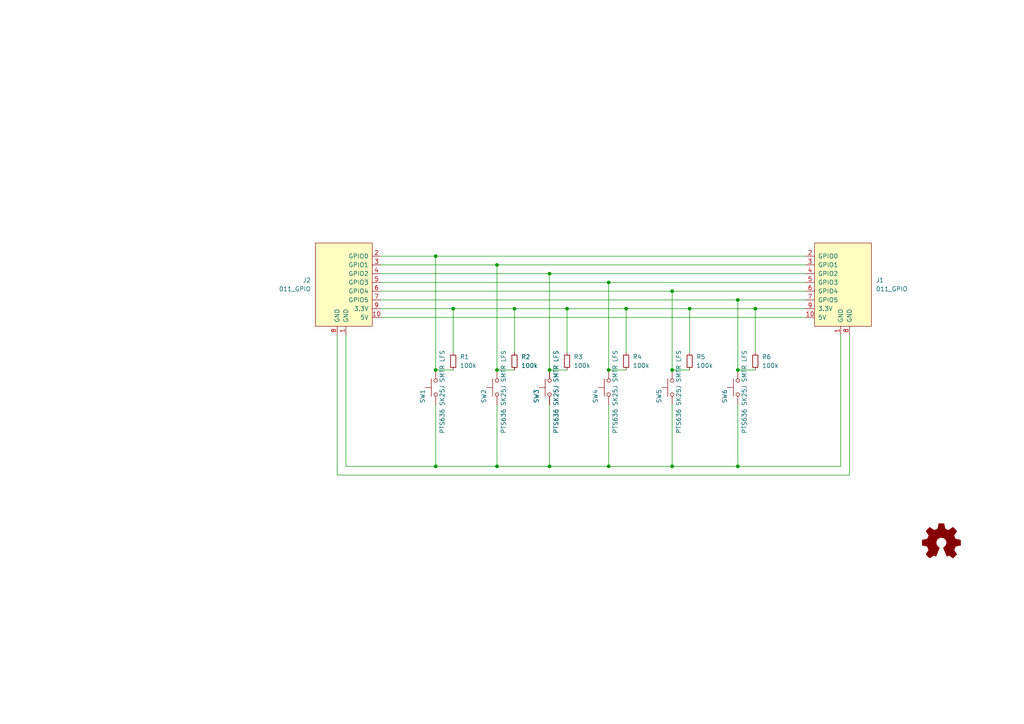
<source format=kicad_sch>
(kicad_sch (version 20230121) (generator eeschema)

  (uuid 57732dd3-1162-4c3f-88bd-31bf473d124d)

  (paper "A4")

  (lib_symbols
    (symbol "Device:R_Small" (pin_numbers hide) (pin_names (offset 0.254) hide) (in_bom yes) (on_board yes)
      (property "Reference" "R" (at 0.762 0.508 0)
        (effects (font (size 1.27 1.27)) (justify left))
      )
      (property "Value" "R_Small" (at 0.762 -1.016 0)
        (effects (font (size 1.27 1.27)) (justify left))
      )
      (property "Footprint" "" (at 0 0 0)
        (effects (font (size 1.27 1.27)) hide)
      )
      (property "Datasheet" "~" (at 0 0 0)
        (effects (font (size 1.27 1.27)) hide)
      )
      (property "ki_keywords" "R resistor" (at 0 0 0)
        (effects (font (size 1.27 1.27)) hide)
      )
      (property "ki_description" "Resistor, small symbol" (at 0 0 0)
        (effects (font (size 1.27 1.27)) hide)
      )
      (property "ki_fp_filters" "R_*" (at 0 0 0)
        (effects (font (size 1.27 1.27)) hide)
      )
      (symbol "R_Small_0_1"
        (rectangle (start -0.762 1.778) (end 0.762 -1.778)
          (stroke (width 0.2032) (type default))
          (fill (type none))
        )
      )
      (symbol "R_Small_1_1"
        (pin passive line (at 0 2.54 270) (length 0.762)
          (name "~" (effects (font (size 1.27 1.27))))
          (number "1" (effects (font (size 1.27 1.27))))
        )
        (pin passive line (at 0 -2.54 90) (length 0.762)
          (name "~" (effects (font (size 1.27 1.27))))
          (number "2" (effects (font (size 1.27 1.27))))
        )
      )
    )
    (symbol "Graphic:Logo_Open_Hardware_Small" (pin_names (offset 1.016)) (in_bom yes) (on_board yes)
      (property "Reference" "#LOGO" (at 0 6.985 0)
        (effects (font (size 1.27 1.27)) hide)
      )
      (property "Value" "Logo_Open_Hardware_Small" (at 0 -5.715 0)
        (effects (font (size 1.27 1.27)) hide)
      )
      (property "Footprint" "" (at 0 0 0)
        (effects (font (size 1.27 1.27)) hide)
      )
      (property "Datasheet" "~" (at 0 0 0)
        (effects (font (size 1.27 1.27)) hide)
      )
      (property "ki_keywords" "Logo" (at 0 0 0)
        (effects (font (size 1.27 1.27)) hide)
      )
      (property "ki_description" "Open Hardware logo, small" (at 0 0 0)
        (effects (font (size 1.27 1.27)) hide)
      )
      (symbol "Logo_Open_Hardware_Small_0_1"
        (polyline
          (pts
            (xy 3.3528 -4.3434)
            (xy 3.302 -4.318)
            (xy 3.175 -4.2418)
            (xy 2.9972 -4.1148)
            (xy 2.7686 -3.9624)
            (xy 2.54 -3.81)
            (xy 2.3622 -3.7084)
            (xy 2.2352 -3.6068)
            (xy 2.1844 -3.5814)
            (xy 2.159 -3.6068)
            (xy 2.0574 -3.6576)
            (xy 1.905 -3.7338)
            (xy 1.8034 -3.7846)
            (xy 1.6764 -3.8354)
            (xy 1.6002 -3.8354)
            (xy 1.6002 -3.8354)
            (xy 1.5494 -3.7338)
            (xy 1.4732 -3.5306)
            (xy 1.3462 -3.302)
            (xy 1.2446 -3.0226)
            (xy 1.1176 -2.7178)
            (xy 0.9652 -2.413)
            (xy 0.8636 -2.1082)
            (xy 0.7366 -1.8288)
            (xy 0.6604 -1.6256)
            (xy 0.6096 -1.4732)
            (xy 0.5842 -1.397)
            (xy 0.5842 -1.397)
            (xy 0.6604 -1.3208)
            (xy 0.7874 -1.2446)
            (xy 1.0414 -1.016)
            (xy 1.2954 -0.6858)
            (xy 1.4478 -0.3302)
            (xy 1.524 0.0762)
            (xy 1.4732 0.4572)
            (xy 1.3208 0.8128)
            (xy 1.0668 1.143)
            (xy 0.762 1.3716)
            (xy 0.4064 1.524)
            (xy 0 1.5748)
            (xy -0.381 1.5494)
            (xy -0.7366 1.397)
            (xy -1.0668 1.143)
            (xy -1.2192 0.9906)
            (xy -1.397 0.6604)
            (xy -1.524 0.3048)
            (xy -1.524 0.2286)
            (xy -1.4986 -0.1778)
            (xy -1.397 -0.5334)
            (xy -1.1938 -0.8636)
            (xy -0.9144 -1.143)
            (xy -0.8636 -1.1684)
            (xy -0.7366 -1.27)
            (xy -0.635 -1.3462)
            (xy -0.5842 -1.397)
            (xy -1.0668 -2.5908)
            (xy -1.143 -2.794)
            (xy -1.2954 -3.1242)
            (xy -1.397 -3.4036)
            (xy -1.4986 -3.6322)
            (xy -1.5748 -3.7846)
            (xy -1.6002 -3.8354)
            (xy -1.6002 -3.8354)
            (xy -1.651 -3.8354)
            (xy -1.7272 -3.81)
            (xy -1.905 -3.7338)
            (xy -2.0066 -3.683)
            (xy -2.1336 -3.6068)
            (xy -2.2098 -3.5814)
            (xy -2.2606 -3.6068)
            (xy -2.3622 -3.683)
            (xy -2.54 -3.81)
            (xy -2.7686 -3.9624)
            (xy -2.9718 -4.0894)
            (xy -3.1496 -4.2164)
            (xy -3.302 -4.318)
            (xy -3.3528 -4.3434)
            (xy -3.3782 -4.3434)
            (xy -3.429 -4.318)
            (xy -3.5306 -4.2164)
            (xy -3.7084 -4.064)
            (xy -3.937 -3.8354)
            (xy -3.9624 -3.81)
            (xy -4.1656 -3.6068)
            (xy -4.318 -3.4544)
            (xy -4.4196 -3.3274)
            (xy -4.445 -3.2766)
            (xy -4.445 -3.2766)
            (xy -4.4196 -3.2258)
            (xy -4.318 -3.0734)
            (xy -4.2164 -2.8956)
            (xy -4.064 -2.667)
            (xy -3.6576 -2.0828)
            (xy -3.8862 -1.5494)
            (xy -3.937 -1.3716)
            (xy -4.0386 -1.1684)
            (xy -4.0894 -1.0414)
            (xy -4.1148 -0.9652)
            (xy -4.191 -0.9398)
            (xy -4.318 -0.9144)
            (xy -4.5466 -0.8636)
            (xy -4.8006 -0.8128)
            (xy -5.0546 -0.7874)
            (xy -5.2578 -0.7366)
            (xy -5.4356 -0.7112)
            (xy -5.5118 -0.6858)
            (xy -5.5118 -0.6858)
            (xy -5.5372 -0.635)
            (xy -5.5372 -0.5588)
            (xy -5.5372 -0.4318)
            (xy -5.5626 -0.2286)
            (xy -5.5626 0.0762)
            (xy -5.5626 0.127)
            (xy -5.5372 0.4064)
            (xy -5.5372 0.635)
            (xy -5.5372 0.762)
            (xy -5.5372 0.8382)
            (xy -5.5372 0.8382)
            (xy -5.461 0.8382)
            (xy -5.3086 0.889)
            (xy -5.08 0.9144)
            (xy -4.826 0.9652)
            (xy -4.8006 0.9906)
            (xy -4.5466 1.0414)
            (xy -4.318 1.0668)
            (xy -4.1656 1.1176)
            (xy -4.0894 1.143)
            (xy -4.0894 1.143)
            (xy -4.0386 1.2446)
            (xy -3.9624 1.4224)
            (xy -3.8608 1.6256)
            (xy -3.7846 1.8288)
            (xy -3.7084 2.0066)
            (xy -3.6576 2.159)
            (xy -3.6322 2.2098)
            (xy -3.6322 2.2098)
            (xy -3.683 2.286)
            (xy -3.7592 2.413)
            (xy -3.8862 2.5908)
            (xy -4.064 2.8194)
            (xy -4.064 2.8448)
            (xy -4.2164 3.0734)
            (xy -4.3434 3.2512)
            (xy -4.4196 3.3782)
            (xy -4.445 3.4544)
            (xy -4.445 3.4544)
            (xy -4.3942 3.5052)
            (xy -4.2926 3.6322)
            (xy -4.1148 3.81)
            (xy -3.937 4.0132)
            (xy -3.8608 4.064)
            (xy -3.6576 4.2926)
            (xy -3.5052 4.4196)
            (xy -3.4036 4.4958)
            (xy -3.3528 4.5212)
            (xy -3.3528 4.5212)
            (xy -3.302 4.4704)
            (xy -3.1496 4.3688)
            (xy -2.9718 4.2418)
            (xy -2.7432 4.0894)
            (xy -2.7178 4.0894)
            (xy -2.4892 3.937)
            (xy -2.3114 3.81)
            (xy -2.1844 3.7084)
            (xy -2.1336 3.683)
            (xy -2.1082 3.683)
            (xy -2.032 3.7084)
            (xy -1.8542 3.7592)
            (xy -1.6764 3.8354)
            (xy -1.4732 3.937)
            (xy -1.27 4.0132)
            (xy -1.143 4.064)
            (xy -1.0668 4.1148)
            (xy -1.0668 4.1148)
            (xy -1.0414 4.191)
            (xy -1.016 4.3434)
            (xy -0.9652 4.572)
            (xy -0.9144 4.8514)
            (xy -0.889 4.9022)
            (xy -0.8382 5.1562)
            (xy -0.8128 5.3848)
            (xy -0.7874 5.5372)
            (xy -0.762 5.588)
            (xy -0.7112 5.6134)
            (xy -0.5842 5.6134)
            (xy -0.4064 5.6134)
            (xy -0.1524 5.6134)
            (xy 0.0762 5.6134)
            (xy 0.3302 5.6134)
            (xy 0.5334 5.6134)
            (xy 0.6858 5.588)
            (xy 0.7366 5.588)
            (xy 0.7366 5.588)
            (xy 0.762 5.5118)
            (xy 0.8128 5.334)
            (xy 0.8382 5.1054)
            (xy 0.9144 4.826)
            (xy 0.9144 4.7752)
            (xy 0.9652 4.5212)
            (xy 1.016 4.2926)
            (xy 1.0414 4.1402)
            (xy 1.0668 4.0894)
            (xy 1.0668 4.0894)
            (xy 1.1938 4.0386)
            (xy 1.3716 3.9624)
            (xy 1.5748 3.8608)
            (xy 2.0828 3.6576)
            (xy 2.7178 4.0894)
            (xy 2.7686 4.1402)
            (xy 2.9972 4.2926)
            (xy 3.175 4.4196)
            (xy 3.302 4.4958)
            (xy 3.3782 4.5212)
            (xy 3.3782 4.5212)
            (xy 3.429 4.4704)
            (xy 3.556 4.3434)
            (xy 3.7338 4.191)
            (xy 3.9116 3.9878)
            (xy 4.064 3.8354)
            (xy 4.2418 3.6576)
            (xy 4.3434 3.556)
            (xy 4.4196 3.4798)
            (xy 4.4196 3.429)
            (xy 4.4196 3.4036)
            (xy 4.3942 3.3274)
            (xy 4.2926 3.2004)
            (xy 4.1656 2.9972)
            (xy 4.0132 2.794)
            (xy 3.8862 2.5908)
            (xy 3.7592 2.3876)
            (xy 3.6576 2.2352)
            (xy 3.6322 2.159)
            (xy 3.6322 2.1336)
            (xy 3.683 2.0066)
            (xy 3.7592 1.8288)
            (xy 3.8608 1.6002)
            (xy 4.064 1.1176)
            (xy 4.3942 1.0414)
            (xy 4.5974 1.016)
            (xy 4.8768 0.9652)
            (xy 5.1308 0.9144)
            (xy 5.5372 0.8382)
            (xy 5.5626 -0.6604)
            (xy 5.4864 -0.6858)
            (xy 5.4356 -0.6858)
            (xy 5.2832 -0.7366)
            (xy 5.0546 -0.762)
            (xy 4.8006 -0.8128)
            (xy 4.5974 -0.8636)
            (xy 4.3688 -0.9144)
            (xy 4.2164 -0.9398)
            (xy 4.1402 -0.9398)
            (xy 4.1148 -0.9652)
            (xy 4.064 -1.0668)
            (xy 3.9878 -1.2446)
            (xy 3.9116 -1.4478)
            (xy 3.81 -1.651)
            (xy 3.7338 -1.8542)
            (xy 3.683 -2.0066)
            (xy 3.6576 -2.0828)
            (xy 3.683 -2.1336)
            (xy 3.7846 -2.2606)
            (xy 3.8862 -2.4638)
            (xy 4.0386 -2.667)
            (xy 4.191 -2.8956)
            (xy 4.318 -3.0734)
            (xy 4.3942 -3.2004)
            (xy 4.445 -3.2766)
            (xy 4.4196 -3.3274)
            (xy 4.3434 -3.429)
            (xy 4.1656 -3.5814)
            (xy 3.937 -3.8354)
            (xy 3.8862 -3.8608)
            (xy 3.683 -4.064)
            (xy 3.5306 -4.2164)
            (xy 3.4036 -4.318)
            (xy 3.3528 -4.3434)
          )
          (stroke (width 0) (type default))
          (fill (type outline))
        )
      )
    )
    (symbol "Switch:SW_Push" (pin_numbers hide) (pin_names (offset 1.016) hide) (in_bom yes) (on_board yes)
      (property "Reference" "SW" (at 1.27 2.54 0)
        (effects (font (size 1.27 1.27)) (justify left))
      )
      (property "Value" "SW_Push" (at 0 -1.524 0)
        (effects (font (size 1.27 1.27)))
      )
      (property "Footprint" "" (at 0 5.08 0)
        (effects (font (size 1.27 1.27)) hide)
      )
      (property "Datasheet" "~" (at 0 5.08 0)
        (effects (font (size 1.27 1.27)) hide)
      )
      (property "ki_keywords" "switch normally-open pushbutton push-button" (at 0 0 0)
        (effects (font (size 1.27 1.27)) hide)
      )
      (property "ki_description" "Push button switch, generic, two pins" (at 0 0 0)
        (effects (font (size 1.27 1.27)) hide)
      )
      (symbol "SW_Push_0_1"
        (circle (center -2.032 0) (radius 0.508)
          (stroke (width 0) (type default))
          (fill (type none))
        )
        (polyline
          (pts
            (xy 0 1.27)
            (xy 0 3.048)
          )
          (stroke (width 0) (type default))
          (fill (type none))
        )
        (polyline
          (pts
            (xy 2.54 1.27)
            (xy -2.54 1.27)
          )
          (stroke (width 0) (type default))
          (fill (type none))
        )
        (circle (center 2.032 0) (radius 0.508)
          (stroke (width 0) (type default))
          (fill (type none))
        )
        (pin passive line (at -5.08 0 0) (length 2.54)
          (name "1" (effects (font (size 1.27 1.27))))
          (number "1" (effects (font (size 1.27 1.27))))
        )
        (pin passive line (at 5.08 0 180) (length 2.54)
          (name "2" (effects (font (size 1.27 1.27))))
          (number "2" (effects (font (size 1.27 1.27))))
        )
      )
    )
    (symbol "put_on_edge:011_GPIO" (pin_names (offset 1.016)) (in_bom yes) (on_board yes)
      (property "Reference" "J" (at -2.54 13.97 0)
        (effects (font (size 1.27 1.27)))
      )
      (property "Value" "011_GPIO" (at 8.89 13.97 0)
        (effects (font (size 1.27 1.27)))
      )
      (property "Footprint" "" (at 7.62 16.51 0)
        (effects (font (size 1.27 1.27)) hide)
      )
      (property "Datasheet" "" (at 7.62 16.51 0)
        (effects (font (size 1.27 1.27)) hide)
      )
      (symbol "011_GPIO_0_1"
        (rectangle (start -8.89 12.7) (end 7.62 -11.43)
          (stroke (width 0) (type default))
          (fill (type background))
        )
      )
      (symbol "011_GPIO_1_1"
        (pin power_in line (at -1.27 -13.97 90) (length 2.54)
          (name "GND" (effects (font (size 1.27 1.27))))
          (number "1" (effects (font (size 1.27 1.27))))
        )
        (pin power_in line (at -11.43 -8.89 0) (length 2.54)
          (name "5V" (effects (font (size 1.27 1.27))))
          (number "10" (effects (font (size 1.27 1.27))))
        )
        (pin bidirectional line (at -11.43 8.89 0) (length 2.54)
          (name "GPIO0" (effects (font (size 1.27 1.27))))
          (number "2" (effects (font (size 1.27 1.27))))
        )
        (pin bidirectional line (at -11.43 6.35 0) (length 2.54)
          (name "GPIO1" (effects (font (size 1.27 1.27))))
          (number "3" (effects (font (size 1.27 1.27))))
        )
        (pin bidirectional line (at -11.43 3.81 0) (length 2.54)
          (name "GPIO2" (effects (font (size 1.27 1.27))))
          (number "4" (effects (font (size 1.27 1.27))))
        )
        (pin bidirectional line (at -11.43 1.27 0) (length 2.54)
          (name "GPIO3" (effects (font (size 1.27 1.27))))
          (number "5" (effects (font (size 1.27 1.27))))
        )
        (pin bidirectional line (at -11.43 -1.27 0) (length 2.54)
          (name "GPIO4" (effects (font (size 1.27 1.27))))
          (number "6" (effects (font (size 1.27 1.27))))
        )
        (pin bidirectional line (at -11.43 -3.81 0) (length 2.54)
          (name "GPIO5" (effects (font (size 1.27 1.27))))
          (number "7" (effects (font (size 1.27 1.27))))
        )
        (pin power_in line (at 1.27 -13.97 90) (length 2.54)
          (name "GND" (effects (font (size 1.27 1.27))))
          (number "8" (effects (font (size 1.27 1.27))))
        )
        (pin power_in line (at -11.43 -6.35 0) (length 2.54)
          (name "3.3V" (effects (font (size 1.27 1.27))))
          (number "9" (effects (font (size 1.27 1.27))))
        )
      )
    )
  )

  (junction (at 144.145 107.315) (diameter 0) (color 0 0 0 0)
    (uuid 2423a3ef-e66d-46af-bdd6-72f75a03da4b)
  )
  (junction (at 159.385 135.255) (diameter 0) (color 0 0 0 0)
    (uuid 283f0102-d829-40a9-9f26-1414d9b10f41)
  )
  (junction (at 159.385 107.315) (diameter 0) (color 0 0 0 0)
    (uuid 4fd2ca22-c5a9-4046-a8b6-74367e1dda3f)
  )
  (junction (at 194.945 135.255) (diameter 0) (color 0 0 0 0)
    (uuid 57834149-2eb3-4a4c-8a63-bbffc998313c)
  )
  (junction (at 194.945 84.455) (diameter 0) (color 0 0 0 0)
    (uuid 58b52e97-621b-446c-8b78-81ea9eefd9a8)
  )
  (junction (at 164.465 89.535) (diameter 0) (color 0 0 0 0)
    (uuid 7402099b-1086-4405-b0f9-977d6786622f)
  )
  (junction (at 159.385 79.375) (diameter 0) (color 0 0 0 0)
    (uuid 74e678e6-298a-4983-b621-fae90ef268f1)
  )
  (junction (at 126.365 135.255) (diameter 0) (color 0 0 0 0)
    (uuid 7ed1f620-34ac-46ed-aa41-e004b3ee85b7)
  )
  (junction (at 126.365 74.295) (diameter 0) (color 0 0 0 0)
    (uuid 8522cc27-d6a5-417a-9831-9821c5581b0d)
  )
  (junction (at 219.075 89.535) (diameter 0) (color 0 0 0 0)
    (uuid 91fd957f-b3b9-40e9-9bbd-d589ed4a19a7)
  )
  (junction (at 213.995 107.315) (diameter 0) (color 0 0 0 0)
    (uuid 939c5a31-6ed1-49ae-b41b-a7f57c16ef19)
  )
  (junction (at 149.225 89.535) (diameter 0) (color 0 0 0 0)
    (uuid 97ee6aac-1257-46d3-9e82-37681d81cd89)
  )
  (junction (at 176.53 81.915) (diameter 0) (color 0 0 0 0)
    (uuid ace0dd5f-61e0-4997-b2e7-dccfa06a9493)
  )
  (junction (at 131.445 89.535) (diameter 0) (color 0 0 0 0)
    (uuid b4398ccd-d3c3-4cac-aaa5-f0567c4fd98d)
  )
  (junction (at 200.025 89.535) (diameter 0) (color 0 0 0 0)
    (uuid b90a3be2-f2dd-428b-9833-8b7c20204c9f)
  )
  (junction (at 176.53 107.315) (diameter 0) (color 0 0 0 0)
    (uuid ccbfdb6a-ee88-4b5a-bc51-df20b3d620e8)
  )
  (junction (at 194.945 107.315) (diameter 0) (color 0 0 0 0)
    (uuid d2f503dc-3fd4-40b7-bdc6-a1dffa802d4e)
  )
  (junction (at 213.995 135.255) (diameter 0) (color 0 0 0 0)
    (uuid d418a4af-af29-47f9-a494-78529d98616f)
  )
  (junction (at 144.145 135.255) (diameter 0) (color 0 0 0 0)
    (uuid d66838a4-eb78-4337-8f19-07cebcdeaebc)
  )
  (junction (at 213.995 86.995) (diameter 0) (color 0 0 0 0)
    (uuid dc19b707-e094-4d75-847e-5a5130daa004)
  )
  (junction (at 176.53 135.255) (diameter 0) (color 0 0 0 0)
    (uuid ea8389f3-d3d5-4639-be38-83c377bf45c1)
  )
  (junction (at 144.145 76.835) (diameter 0) (color 0 0 0 0)
    (uuid ee3c232f-ca0d-4575-a5f1-04d49030cceb)
  )
  (junction (at 126.365 107.315) (diameter 0) (color 0 0 0 0)
    (uuid f1a7e53b-1a7b-4b3d-865f-c0045747ef20)
  )
  (junction (at 181.61 89.535) (diameter 0) (color 0 0 0 0)
    (uuid fb191dfd-7b0e-4cc5-839c-af5966f6f0ff)
  )

  (wire (pts (xy 200.025 89.535) (xy 219.075 89.535))
    (stroke (width 0) (type default))
    (uuid 0487ebbf-bff4-4804-8046-fc8c5f7a1e1d)
  )
  (wire (pts (xy 126.365 117.475) (xy 126.365 135.255))
    (stroke (width 0) (type default))
    (uuid 057b2324-45b8-4728-8519-65d1614cde99)
  )
  (wire (pts (xy 131.445 89.535) (xy 149.225 89.535))
    (stroke (width 0) (type default))
    (uuid 061f3862-04ac-4880-b330-43b65629d783)
  )
  (wire (pts (xy 144.145 107.315) (xy 149.225 107.315))
    (stroke (width 0) (type default))
    (uuid 0930a0d1-779d-4c52-96f2-a6319fde0dd0)
  )
  (wire (pts (xy 149.225 89.535) (xy 164.465 89.535))
    (stroke (width 0) (type default))
    (uuid 0f9ce7d3-1321-4676-97c5-d7149b866aeb)
  )
  (wire (pts (xy 200.025 89.535) (xy 200.025 102.235))
    (stroke (width 0) (type default))
    (uuid 0fcc32ad-9b8d-4833-9639-2acebbb1eabf)
  )
  (wire (pts (xy 110.49 86.995) (xy 213.995 86.995))
    (stroke (width 0) (type default))
    (uuid 16672844-993a-42a6-8359-67f20250b064)
  )
  (wire (pts (xy 213.995 117.475) (xy 213.995 135.255))
    (stroke (width 0) (type default))
    (uuid 16948dea-7ec0-40fc-88a1-a4324a69d4ab)
  )
  (wire (pts (xy 219.075 89.535) (xy 233.68 89.535))
    (stroke (width 0) (type default))
    (uuid 1ab1b2c3-5430-4985-85c6-495b19709975)
  )
  (wire (pts (xy 176.53 135.255) (xy 194.945 135.255))
    (stroke (width 0) (type default))
    (uuid 1c1841a2-88e3-4e5f-95ee-bfe70a7caecd)
  )
  (wire (pts (xy 213.995 135.255) (xy 243.84 135.255))
    (stroke (width 0) (type default))
    (uuid 1e9632dd-4bf7-426d-8ff0-bb5091fc9b3c)
  )
  (wire (pts (xy 126.365 107.315) (xy 131.445 107.315))
    (stroke (width 0) (type default))
    (uuid 2231bd7e-f578-49f1-8c69-ddb6b93f74de)
  )
  (wire (pts (xy 194.945 117.475) (xy 194.945 135.255))
    (stroke (width 0) (type default))
    (uuid 22651898-f174-4ac5-a3d8-a7d7a977f341)
  )
  (wire (pts (xy 144.145 76.835) (xy 144.145 107.315))
    (stroke (width 0) (type default))
    (uuid 2a016f15-9df9-41b3-92d7-ed084b89afcc)
  )
  (wire (pts (xy 176.53 107.315) (xy 181.61 107.315))
    (stroke (width 0) (type default))
    (uuid 2b30fa04-4521-4fc3-9ae7-6221d693a10e)
  )
  (wire (pts (xy 110.49 74.295) (xy 126.365 74.295))
    (stroke (width 0) (type default))
    (uuid 3509b04e-97e4-4ee3-8aca-8a7232e91374)
  )
  (wire (pts (xy 159.385 107.315) (xy 164.465 107.315))
    (stroke (width 0) (type default))
    (uuid 4789ec10-5b46-40c4-baae-6d92837694cf)
  )
  (wire (pts (xy 213.995 107.315) (xy 219.075 107.315))
    (stroke (width 0) (type default))
    (uuid 490f44ca-4345-4f9c-93f7-9d51e523ba06)
  )
  (wire (pts (xy 181.61 89.535) (xy 200.025 89.535))
    (stroke (width 0) (type default))
    (uuid 4a29b411-fea1-46f5-b121-644ec9d1c653)
  )
  (wire (pts (xy 243.84 135.255) (xy 243.84 97.155))
    (stroke (width 0) (type default))
    (uuid 4bb0344f-ff72-4739-9481-f5b6dd49668a)
  )
  (wire (pts (xy 194.945 107.315) (xy 200.025 107.315))
    (stroke (width 0) (type default))
    (uuid 4d2cc56e-09aa-4f35-bed2-db1297a49bee)
  )
  (wire (pts (xy 100.33 135.255) (xy 100.33 97.155))
    (stroke (width 0) (type default))
    (uuid 4dee5a8d-ac44-4c42-959b-3a17b2913ca5)
  )
  (wire (pts (xy 194.945 135.255) (xy 213.995 135.255))
    (stroke (width 0) (type default))
    (uuid 5dfdb3fd-27ac-4fa9-b663-9f521027c508)
  )
  (wire (pts (xy 181.61 89.535) (xy 181.61 102.235))
    (stroke (width 0) (type default))
    (uuid 61b5b181-61b3-46e0-90a3-53430243aa5f)
  )
  (wire (pts (xy 194.945 84.455) (xy 233.68 84.455))
    (stroke (width 0) (type default))
    (uuid 67274158-2269-46d0-9353-8d9a8a9ae8ef)
  )
  (wire (pts (xy 219.075 89.535) (xy 219.075 102.235))
    (stroke (width 0) (type default))
    (uuid 74bb7e85-8ead-4661-a051-6b8a13411d00)
  )
  (wire (pts (xy 144.145 135.255) (xy 159.385 135.255))
    (stroke (width 0) (type default))
    (uuid 75105623-b8af-4d25-b39f-64e99f2f6812)
  )
  (wire (pts (xy 100.33 135.255) (xy 126.365 135.255))
    (stroke (width 0) (type default))
    (uuid 7c33adf0-e79e-417d-8c29-98d9a4fa170c)
  )
  (wire (pts (xy 159.385 135.255) (xy 176.53 135.255))
    (stroke (width 0) (type default))
    (uuid 82ed4a39-6979-4d78-b994-76b6c3ffd314)
  )
  (wire (pts (xy 159.385 79.375) (xy 233.68 79.375))
    (stroke (width 0) (type default))
    (uuid 91074912-b646-4621-948c-8bf6f18c548d)
  )
  (wire (pts (xy 110.49 81.915) (xy 176.53 81.915))
    (stroke (width 0) (type default))
    (uuid 94dbd623-c6ac-43f7-9ec8-57245dd11d6f)
  )
  (wire (pts (xy 213.995 86.995) (xy 213.995 107.315))
    (stroke (width 0) (type default))
    (uuid 95cc0dcd-c111-4fdb-a2c2-3d5b5df0a91b)
  )
  (wire (pts (xy 97.79 137.795) (xy 97.79 97.155))
    (stroke (width 0) (type default))
    (uuid 977fac5c-5d8d-4745-b7d0-fa0f169f210f)
  )
  (wire (pts (xy 110.49 89.535) (xy 131.445 89.535))
    (stroke (width 0) (type default))
    (uuid 9a2747f5-8848-4d2e-88ff-3a774529debc)
  )
  (wire (pts (xy 110.49 92.075) (xy 233.68 92.075))
    (stroke (width 0) (type default))
    (uuid 9c75f3ff-5513-4763-a421-30a00bdaa277)
  )
  (wire (pts (xy 159.385 79.375) (xy 159.385 107.315))
    (stroke (width 0) (type default))
    (uuid a8b8982c-e731-4338-ba3d-67a4c34f3b6c)
  )
  (wire (pts (xy 246.38 97.155) (xy 246.38 137.795))
    (stroke (width 0) (type default))
    (uuid acc4801f-2944-40b7-b39c-82d37839993b)
  )
  (wire (pts (xy 176.53 81.915) (xy 233.68 81.915))
    (stroke (width 0) (type default))
    (uuid add8b8f0-729e-49ff-8f78-4f00e81788ef)
  )
  (wire (pts (xy 194.945 84.455) (xy 194.945 107.315))
    (stroke (width 0) (type default))
    (uuid ae0639b6-1b50-46a4-967c-565f2eee058d)
  )
  (wire (pts (xy 131.445 89.535) (xy 131.445 102.235))
    (stroke (width 0) (type default))
    (uuid bcc125df-6804-4760-b3ae-424b83e9a7ff)
  )
  (wire (pts (xy 110.49 76.835) (xy 144.145 76.835))
    (stroke (width 0) (type default))
    (uuid c7c1193f-f580-4740-9548-c31621fdd5e3)
  )
  (wire (pts (xy 144.145 76.835) (xy 233.68 76.835))
    (stroke (width 0) (type default))
    (uuid cca6eb7d-37e5-43bd-be22-00612231b55b)
  )
  (wire (pts (xy 159.385 117.475) (xy 159.385 135.255))
    (stroke (width 0) (type default))
    (uuid d0bff702-22e8-4fa4-9622-fae162fe11a2)
  )
  (wire (pts (xy 149.225 89.535) (xy 149.225 102.235))
    (stroke (width 0) (type default))
    (uuid d2e6a4fe-9033-46e8-b6ba-d46f1d1ff75a)
  )
  (wire (pts (xy 144.145 117.475) (xy 144.145 135.255))
    (stroke (width 0) (type default))
    (uuid d7d0501b-f5d4-44ea-80e9-780eee6840ac)
  )
  (wire (pts (xy 246.38 137.795) (xy 97.79 137.795))
    (stroke (width 0) (type default))
    (uuid d91e9353-915a-4778-a2af-80f4bf856eb7)
  )
  (wire (pts (xy 164.465 89.535) (xy 181.61 89.535))
    (stroke (width 0) (type default))
    (uuid db8ff0fe-5c42-4539-8122-8b3f1eb537b9)
  )
  (wire (pts (xy 110.49 84.455) (xy 194.945 84.455))
    (stroke (width 0) (type default))
    (uuid dd354ced-f2c0-41b7-8e12-ca379c9be675)
  )
  (wire (pts (xy 126.365 74.295) (xy 126.365 107.315))
    (stroke (width 0) (type default))
    (uuid e6930bde-157f-4cb5-a13b-d053a1122a59)
  )
  (wire (pts (xy 176.53 81.915) (xy 176.53 107.315))
    (stroke (width 0) (type default))
    (uuid e94edc89-e062-48f5-9ada-709f4abbaf99)
  )
  (wire (pts (xy 164.465 89.535) (xy 164.465 102.235))
    (stroke (width 0) (type default))
    (uuid ef09cd4c-9d35-40ed-bec2-4e0b9306bebc)
  )
  (wire (pts (xy 110.49 79.375) (xy 159.385 79.375))
    (stroke (width 0) (type default))
    (uuid f29b458f-4ee0-499e-88b4-2e9407eb19cc)
  )
  (wire (pts (xy 126.365 74.295) (xy 233.68 74.295))
    (stroke (width 0) (type default))
    (uuid faeefb93-b7f4-4a44-88fa-56424ecf457b)
  )
  (wire (pts (xy 176.53 117.475) (xy 176.53 135.255))
    (stroke (width 0) (type default))
    (uuid fce2e346-c13c-4571-82f4-105080730540)
  )
  (wire (pts (xy 126.365 135.255) (xy 144.145 135.255))
    (stroke (width 0) (type default))
    (uuid fe1a91b6-0bcc-4388-ac18-e9eb14f9e08c)
  )
  (wire (pts (xy 213.995 86.995) (xy 233.68 86.995))
    (stroke (width 0) (type default))
    (uuid ff38e8a5-4783-4645-a63f-1317f0a485a0)
  )

  (symbol (lib_id "Device:R_Small") (at 149.225 104.775 0) (unit 1)
    (in_bom yes) (on_board yes) (dnp no) (fields_autoplaced)
    (uuid 0081b341-7212-4370-8960-bb1e1ffbf190)
    (property "Reference" "R2" (at 151.13 103.505 0)
      (effects (font (size 1.27 1.27)) (justify left))
    )
    (property "Value" "100k" (at 151.13 106.045 0)
      (effects (font (size 1.27 1.27)) (justify left))
    )
    (property "Footprint" "Resistor_SMD:R_0402_1005Metric" (at 149.225 104.775 0)
      (effects (font (size 1.27 1.27)) hide)
    )
    (property "Datasheet" "~" (at 149.225 104.775 0)
      (effects (font (size 1.27 1.27)) hide)
    )
    (pin "2" (uuid 3aa4862e-b29f-41e5-b23a-2ab652d92d2f))
    (pin "1" (uuid 7371d2ff-f078-4a7b-87ac-1cde441b78b7))
    (instances
      (project "board"
        (path "/57732dd3-1162-4c3f-88bd-31bf473d124d"
          (reference "R2") (unit 1)
        )
      )
    )
  )

  (symbol (lib_id "Device:R_Small") (at 131.445 104.775 0) (unit 1)
    (in_bom yes) (on_board yes) (dnp no) (fields_autoplaced)
    (uuid 0a120146-d68c-4e1e-9f3b-39ab47f89f49)
    (property "Reference" "R1" (at 133.35 103.505 0)
      (effects (font (size 1.27 1.27)) (justify left))
    )
    (property "Value" "100k" (at 133.35 106.045 0)
      (effects (font (size 1.27 1.27)) (justify left))
    )
    (property "Footprint" "Resistor_SMD:R_0402_1005Metric" (at 131.445 104.775 0)
      (effects (font (size 1.27 1.27)) hide)
    )
    (property "Datasheet" "~" (at 131.445 104.775 0)
      (effects (font (size 1.27 1.27)) hide)
    )
    (pin "2" (uuid 5614023a-8772-4e13-aad1-512f232947b3))
    (pin "1" (uuid a488e537-b736-44e6-9bc5-7fd7cdc2b857))
    (instances
      (project "board"
        (path "/57732dd3-1162-4c3f-88bd-31bf473d124d"
          (reference "R1") (unit 1)
        )
      )
    )
  )

  (symbol (lib_id "Switch:SW_Push") (at 213.995 112.395 90) (unit 1)
    (in_bom yes) (on_board yes) (dnp no)
    (uuid 31c45976-b78b-4df9-a18d-474fbc1b9352)
    (property "Reference" "SW6" (at 210.185 114.935 0)
      (effects (font (size 1.27 1.27)))
    )
    (property "Value" "PTS636 SK25J SMTR LFS" (at 215.9 113.665 0)
      (effects (font (size 1.27 1.27)))
    )
    (property "Footprint" "Resistor_SMD:R_2512_6332Metric" (at 208.915 112.395 0)
      (effects (font (size 1.27 1.27)) hide)
    )
    (property "Datasheet" "~" (at 208.915 112.395 0)
      (effects (font (size 1.27 1.27)) hide)
    )
    (property "MPN" "PTS636 SK25J SMTR LFS" (at 213.995 112.395 0)
      (effects (font (size 1.27 1.27)) hide)
    )
    (property "lcsc" "C2800965" (at 213.995 112.395 0)
      (effects (font (size 1.27 1.27)) hide)
    )
    (pin "1" (uuid 4f91f51a-c59f-4a20-9ce8-4aa917ff0e4d))
    (pin "2" (uuid 8c1e8049-f200-421b-8b8b-09af6dcb69d2))
    (instances
      (project "board"
        (path "/57732dd3-1162-4c3f-88bd-31bf473d124d"
          (reference "SW6") (unit 1)
        )
      )
    )
  )

  (symbol (lib_id "put_on_edge:011_GPIO") (at 99.06 83.185 0) (mirror y) (unit 1)
    (in_bom yes) (on_board yes) (dnp no)
    (uuid 33b9b379-96ea-41c6-8ae7-3196c5fc72de)
    (property "Reference" "J2" (at 90.17 81.28 0)
      (effects (font (size 1.27 1.27)) (justify left))
    )
    (property "Value" "011_GPIO" (at 90.17 83.82 0)
      (effects (font (size 1.27 1.27)) (justify left))
    )
    (property "Footprint" "on_edge:on_edge_2x05_device" (at 91.44 66.675 0)
      (effects (font (size 1.27 1.27)) hide)
    )
    (property "Datasheet" "" (at 91.44 66.675 0)
      (effects (font (size 1.27 1.27)) hide)
    )
    (pin "9" (uuid 5204c85d-d051-499a-94b9-594e4c4163ae))
    (pin "5" (uuid c3570d8f-1da2-418e-97be-0d122d43c1b5))
    (pin "8" (uuid 5cb949d9-25b2-4947-b1c2-212629f97d78))
    (pin "6" (uuid ecfcdd37-ab1d-49ec-8183-0dbebde79be6))
    (pin "4" (uuid c9252400-ff67-45b2-b435-68cc7148acf6))
    (pin "1" (uuid b6c6b364-5334-4e99-803d-dd8a8146d6b8))
    (pin "2" (uuid e292c1f2-dd66-4e46-a5c6-809b3d42e733))
    (pin "7" (uuid b66cceda-00dc-42d1-a10a-744224b5fbdb))
    (pin "10" (uuid 43695858-40a2-4519-827c-a0bd05ab391f))
    (pin "3" (uuid 9d84976d-05e2-4eb9-87cc-a92a4cba260d))
    (instances
      (project "board"
        (path "/57732dd3-1162-4c3f-88bd-31bf473d124d"
          (reference "J2") (unit 1)
        )
      )
    )
  )

  (symbol (lib_id "put_on_edge:011_GPIO") (at 245.11 83.185 0) (unit 1)
    (in_bom yes) (on_board yes) (dnp no) (fields_autoplaced)
    (uuid 3da3f96c-6e86-4d11-97fd-e27cce5b626b)
    (property "Reference" "J1" (at 254 81.28 0)
      (effects (font (size 1.27 1.27)) (justify left))
    )
    (property "Value" "011_GPIO" (at 254 83.82 0)
      (effects (font (size 1.27 1.27)) (justify left))
    )
    (property "Footprint" "on_edge:on_edge_2x05_host" (at 252.73 66.675 0)
      (effects (font (size 1.27 1.27)) hide)
    )
    (property "Datasheet" "" (at 252.73 66.675 0)
      (effects (font (size 1.27 1.27)) hide)
    )
    (pin "9" (uuid ddb57c5a-11e4-4e22-bbce-3adb1d7d8b65))
    (pin "5" (uuid 5d2ccefe-765e-49d2-b332-d4bcb16af815))
    (pin "8" (uuid 00ba4b15-9d7c-4e78-80e6-4b58b932abb6))
    (pin "6" (uuid 7268fd69-db9d-44b8-934f-198c18c2b15d))
    (pin "4" (uuid c3c1c7f5-89eb-4029-8da7-5db56d762be7))
    (pin "1" (uuid 9de75433-c046-4bdc-b9ba-0e23dbe58d3e))
    (pin "2" (uuid b4790582-f3bb-476d-8518-fd2c4d5049b7))
    (pin "7" (uuid e12790ec-f9d4-43c4-bf5c-759878fc24ae))
    (pin "10" (uuid 28d65b53-21d4-4815-ba27-dd8d77383a17))
    (pin "3" (uuid 4324cbb4-537a-4f2a-aa86-80594b4ac242))
    (instances
      (project "board"
        (path "/57732dd3-1162-4c3f-88bd-31bf473d124d"
          (reference "J1") (unit 1)
        )
      )
    )
  )

  (symbol (lib_id "Device:R_Small") (at 181.61 104.775 0) (unit 1)
    (in_bom yes) (on_board yes) (dnp no) (fields_autoplaced)
    (uuid 4e02571c-1472-4d01-866b-ea3b1612660a)
    (property "Reference" "R4" (at 183.515 103.505 0)
      (effects (font (size 1.27 1.27)) (justify left))
    )
    (property "Value" "100k" (at 183.515 106.045 0)
      (effects (font (size 1.27 1.27)) (justify left))
    )
    (property "Footprint" "Resistor_SMD:R_0402_1005Metric" (at 181.61 104.775 0)
      (effects (font (size 1.27 1.27)) hide)
    )
    (property "Datasheet" "~" (at 181.61 104.775 0)
      (effects (font (size 1.27 1.27)) hide)
    )
    (pin "2" (uuid b7036764-87c5-4fb7-8fd2-514a83d0fca9))
    (pin "1" (uuid 6a03ab81-8d6a-465d-9721-0e09f314d835))
    (instances
      (project "board"
        (path "/57732dd3-1162-4c3f-88bd-31bf473d124d"
          (reference "R4") (unit 1)
        )
      )
    )
  )

  (symbol (lib_id "Switch:SW_Push") (at 144.145 112.395 90) (unit 1)
    (in_bom yes) (on_board yes) (dnp no)
    (uuid 5250e18c-0439-454a-805b-e6dd1e616a95)
    (property "Reference" "SW2" (at 140.335 114.935 0)
      (effects (font (size 1.27 1.27)))
    )
    (property "Value" "PTS636 SK25J SMTR LFS" (at 146.05 113.665 0)
      (effects (font (size 1.27 1.27)))
    )
    (property "Footprint" "Resistor_SMD:R_2512_6332Metric" (at 139.065 112.395 0)
      (effects (font (size 1.27 1.27)) hide)
    )
    (property "Datasheet" "~" (at 139.065 112.395 0)
      (effects (font (size 1.27 1.27)) hide)
    )
    (property "MPN" "PTS636 SK25J SMTR LFS" (at 144.145 112.395 0)
      (effects (font (size 1.27 1.27)) hide)
    )
    (property "lcsc" "C2800965" (at 144.145 112.395 0)
      (effects (font (size 1.27 1.27)) hide)
    )
    (pin "1" (uuid e748cd02-9cc8-4909-b7f6-4aa2e744620c))
    (pin "2" (uuid 2441226f-98ab-49ff-b16d-780d6fc3192e))
    (instances
      (project "board"
        (path "/57732dd3-1162-4c3f-88bd-31bf473d124d"
          (reference "SW2") (unit 1)
        )
      )
    )
  )

  (symbol (lib_id "Device:R_Small") (at 200.025 104.775 0) (unit 1)
    (in_bom yes) (on_board yes) (dnp no) (fields_autoplaced)
    (uuid 7334c7f4-cdc8-486d-9275-ad5a9d74388e)
    (property "Reference" "R5" (at 201.93 103.505 0)
      (effects (font (size 1.27 1.27)) (justify left))
    )
    (property "Value" "100k" (at 201.93 106.045 0)
      (effects (font (size 1.27 1.27)) (justify left))
    )
    (property "Footprint" "Resistor_SMD:R_0402_1005Metric" (at 200.025 104.775 0)
      (effects (font (size 1.27 1.27)) hide)
    )
    (property "Datasheet" "~" (at 200.025 104.775 0)
      (effects (font (size 1.27 1.27)) hide)
    )
    (pin "2" (uuid 307b98ed-ecca-47eb-ad77-c011c7b4361f))
    (pin "1" (uuid f0b98c36-45ec-4b85-a49e-b518b95aa885))
    (instances
      (project "board"
        (path "/57732dd3-1162-4c3f-88bd-31bf473d124d"
          (reference "R5") (unit 1)
        )
      )
    )
  )

  (symbol (lib_id "Device:R_Small") (at 164.465 104.775 0) (unit 1)
    (in_bom yes) (on_board yes) (dnp no) (fields_autoplaced)
    (uuid a01aa0cf-fdd6-4cc1-860d-2c2fef82b219)
    (property "Reference" "R3" (at 166.37 103.505 0)
      (effects (font (size 1.27 1.27)) (justify left))
    )
    (property "Value" "100k" (at 166.37 106.045 0)
      (effects (font (size 1.27 1.27)) (justify left))
    )
    (property "Footprint" "Resistor_SMD:R_0402_1005Metric" (at 164.465 104.775 0)
      (effects (font (size 1.27 1.27)) hide)
    )
    (property "Datasheet" "~" (at 164.465 104.775 0)
      (effects (font (size 1.27 1.27)) hide)
    )
    (pin "2" (uuid 6544bac5-86b9-4616-9fb5-cef2cb7bd0de))
    (pin "1" (uuid 1cc78003-b5b0-4458-b195-7ec54a7b00c1))
    (instances
      (project "board"
        (path "/57732dd3-1162-4c3f-88bd-31bf473d124d"
          (reference "R3") (unit 1)
        )
      )
    )
  )

  (symbol (lib_id "Switch:SW_Push") (at 194.945 112.395 90) (unit 1)
    (in_bom yes) (on_board yes) (dnp no)
    (uuid b18d3e1e-85bf-4c7b-aa99-c0195f7dbb5c)
    (property "Reference" "SW5" (at 191.135 114.935 0)
      (effects (font (size 1.27 1.27)))
    )
    (property "Value" "PTS636 SK25J SMTR LFS" (at 196.85 113.665 0)
      (effects (font (size 1.27 1.27)))
    )
    (property "Footprint" "Resistor_SMD:R_2512_6332Metric" (at 189.865 112.395 0)
      (effects (font (size 1.27 1.27)) hide)
    )
    (property "Datasheet" "~" (at 189.865 112.395 0)
      (effects (font (size 1.27 1.27)) hide)
    )
    (property "MPN" "PTS636 SK25J SMTR LFS" (at 194.945 112.395 0)
      (effects (font (size 1.27 1.27)) hide)
    )
    (property "lcsc" "C2800965" (at 194.945 112.395 0)
      (effects (font (size 1.27 1.27)) hide)
    )
    (pin "1" (uuid 88343abe-170a-4d5f-95b3-853d41b1fcb4))
    (pin "2" (uuid 3a859424-6792-46df-b740-16c7c37da48b))
    (instances
      (project "board"
        (path "/57732dd3-1162-4c3f-88bd-31bf473d124d"
          (reference "SW5") (unit 1)
        )
      )
    )
  )

  (symbol (lib_id "Graphic:Logo_Open_Hardware_Small") (at 273.05 157.48 0) (unit 1)
    (in_bom yes) (on_board yes) (dnp no) (fields_autoplaced)
    (uuid b72b6f4a-7489-40f2-bb90-d75ae01aa368)
    (property "Reference" "LOGO1" (at 273.05 150.495 0)
      (effects (font (size 1.27 1.27)) hide)
    )
    (property "Value" "Logo_Open_Hardware_Small" (at 273.05 163.195 0)
      (effects (font (size 1.27 1.27)) hide)
    )
    (property "Footprint" "Symbol:OSHW-Symbol_6.7x6mm_SilkScreen" (at 273.05 157.48 0)
      (effects (font (size 1.27 1.27)) hide)
    )
    (property "Datasheet" "~" (at 273.05 157.48 0)
      (effects (font (size 1.27 1.27)) hide)
    )
    (instances
      (project "board"
        (path "/57732dd3-1162-4c3f-88bd-31bf473d124d"
          (reference "LOGO1") (unit 1)
        )
      )
    )
  )

  (symbol (lib_id "Device:R_Small") (at 219.075 104.775 0) (unit 1)
    (in_bom yes) (on_board yes) (dnp no) (fields_autoplaced)
    (uuid b80ab973-c1c1-411a-9b03-dd100fa8cab5)
    (property "Reference" "R6" (at 220.98 103.505 0)
      (effects (font (size 1.27 1.27)) (justify left))
    )
    (property "Value" "100k" (at 220.98 106.045 0)
      (effects (font (size 1.27 1.27)) (justify left))
    )
    (property "Footprint" "Resistor_SMD:R_0402_1005Metric" (at 219.075 104.775 0)
      (effects (font (size 1.27 1.27)) hide)
    )
    (property "Datasheet" "~" (at 219.075 104.775 0)
      (effects (font (size 1.27 1.27)) hide)
    )
    (pin "2" (uuid 6fc979bd-309e-4f02-a91e-735634e76cfe))
    (pin "1" (uuid d0770af0-d22e-4ed4-b8bf-51d364121dad))
    (instances
      (project "board"
        (path "/57732dd3-1162-4c3f-88bd-31bf473d124d"
          (reference "R6") (unit 1)
        )
      )
    )
  )

  (symbol (lib_id "Switch:SW_Push") (at 176.53 112.395 90) (unit 1)
    (in_bom yes) (on_board yes) (dnp no)
    (uuid c6c9d4c9-472b-4a88-89ca-ae135ff31b1f)
    (property "Reference" "SW4" (at 172.72 114.935 0)
      (effects (font (size 1.27 1.27)))
    )
    (property "Value" "PTS636 SK25J SMTR LFS" (at 178.435 113.665 0)
      (effects (font (size 1.27 1.27)))
    )
    (property "Footprint" "Resistor_SMD:R_2512_6332Metric" (at 171.45 112.395 0)
      (effects (font (size 1.27 1.27)) hide)
    )
    (property "Datasheet" "~" (at 171.45 112.395 0)
      (effects (font (size 1.27 1.27)) hide)
    )
    (property "MPN" "PTS636 SK25J SMTR LFS" (at 176.53 112.395 0)
      (effects (font (size 1.27 1.27)) hide)
    )
    (property "lcsc" "C2800965" (at 176.53 112.395 0)
      (effects (font (size 1.27 1.27)) hide)
    )
    (pin "1" (uuid 9cf6b3d5-3a55-4180-ad56-ee4086aa2ebe))
    (pin "2" (uuid 7a4bba67-9e39-4230-9174-a5093e87763c))
    (instances
      (project "board"
        (path "/57732dd3-1162-4c3f-88bd-31bf473d124d"
          (reference "SW4") (unit 1)
        )
      )
    )
  )

  (symbol (lib_id "Switch:SW_Push") (at 126.365 112.395 90) (unit 1)
    (in_bom yes) (on_board yes) (dnp no)
    (uuid e5b91f9d-a5cd-4f97-954e-c5c866f00992)
    (property "Reference" "SW1" (at 122.555 114.935 0)
      (effects (font (size 1.27 1.27)))
    )
    (property "Value" "PTS636 SK25J SMTR LFS" (at 128.27 113.665 0)
      (effects (font (size 1.27 1.27)))
    )
    (property "Footprint" "Resistor_SMD:R_2512_6332Metric" (at 121.285 112.395 0)
      (effects (font (size 1.27 1.27)) hide)
    )
    (property "Datasheet" "~" (at 121.285 112.395 0)
      (effects (font (size 1.27 1.27)) hide)
    )
    (property "MPN" "PTS636 SK25J SMTR LFS" (at 126.365 112.395 0)
      (effects (font (size 1.27 1.27)) hide)
    )
    (property "lcsc" "C2800965" (at 126.365 112.395 0)
      (effects (font (size 1.27 1.27)) hide)
    )
    (pin "1" (uuid 5236f69a-dd92-4f4f-8eb8-bad4cf0b886e))
    (pin "2" (uuid f889e370-1cd5-47b5-81fb-8a7dc8a00754))
    (instances
      (project "board"
        (path "/57732dd3-1162-4c3f-88bd-31bf473d124d"
          (reference "SW1") (unit 1)
        )
      )
    )
  )

  (symbol (lib_id "Switch:SW_Push") (at 159.385 112.395 90) (unit 1)
    (in_bom yes) (on_board yes) (dnp no)
    (uuid efc52b55-1a7f-4ce2-8ae6-769fe841c443)
    (property "Reference" "SW3" (at 155.575 114.935 0)
      (effects (font (size 1.27 1.27)))
    )
    (property "Value" "PTS636 SK25J SMTR LFS" (at 161.29 113.665 0)
      (effects (font (size 1.27 1.27)))
    )
    (property "Footprint" "Resistor_SMD:R_2512_6332Metric" (at 154.305 112.395 0)
      (effects (font (size 1.27 1.27)) hide)
    )
    (property "Datasheet" "~" (at 154.305 112.395 0)
      (effects (font (size 1.27 1.27)) hide)
    )
    (property "MPN" "PTS636 SK25J SMTR LFS" (at 159.385 112.395 0)
      (effects (font (size 1.27 1.27)) hide)
    )
    (property "lcsc" "C2800965" (at 159.385 112.395 0)
      (effects (font (size 1.27 1.27)) hide)
    )
    (pin "1" (uuid bdfdad94-13e7-448d-89a7-31fcd811d9be))
    (pin "2" (uuid f600ccba-fd5c-400e-b9ae-5d621689a058))
    (instances
      (project "board"
        (path "/57732dd3-1162-4c3f-88bd-31bf473d124d"
          (reference "SW3") (unit 1)
        )
      )
    )
  )

  (sheet_instances
    (path "/" (page "1"))
  )
)

</source>
